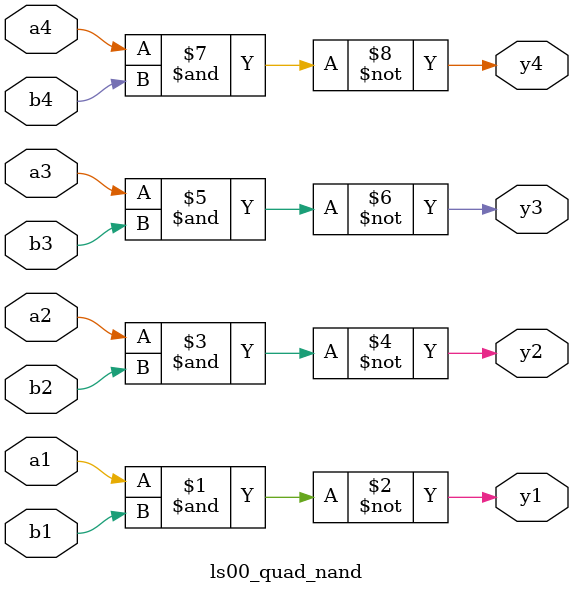
<source format=v>
module ls00_quad_nand (
    input  wire a1, b1,  // Gate 1 inputs
    input  wire a2, b2,  // Gate 2 inputs
    input  wire a3, b3,  // Gate 3 inputs
    input  wire a4, b4,  // Gate 4 inputs
    output wire y1,      // Gate 1 output
    output wire y2,      // Gate 2 output
    output wire y3,      // Gate 3 output
    output wire y4       // Gate 4 output
);

    // Four independent 2-input NAND gates
    assign y1 = ~(a1 & b1);
    assign y2 = ~(a2 & b2);
    assign y3 = ~(a3 & b3);
    assign y4 = ~(a4 & b4);

endmodule
</source>
